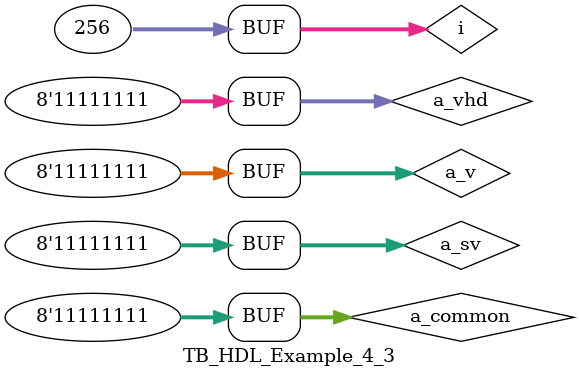
<source format=sv>
module TB_HDL_Example_4_3();
logic [7:0] a_sv;
logic  y_sv;
logic [7:0] a_v;
logic  y_v;
logic [7:0] a_vhd;
logic  y_vhd;

integer i ;
logic [7:0] a_common;

// instantiate device under test
and8_top dut
(
a_sv, y_sv, y1_sv,
a_v, y_v, 
a_vhd, y_vhd 
);

// apply inputs one at a time
initial begin


//a_sv = 4b0000; a_v = 4b0000; a_vhd = 4b0000; #10; //bin
//a_sv = 4d0; a_v = 4d0; a_vhd = 4d0; #10; // dec

//a_sv = 8'd0;
//a_v = 8'd0;
//a_vhd = 8'd0;

a_common <= 8'd0; 
//a_sv = a_common;
//a_v = a_common;
//a_vhd = a_common;

for (i = 0; i < 256 ;i = i + 1)
begin 
a_common <= i; 
a_sv = i;
a_v = i;
a_vhd = i;
#5;
end

end
endmodule
</source>
